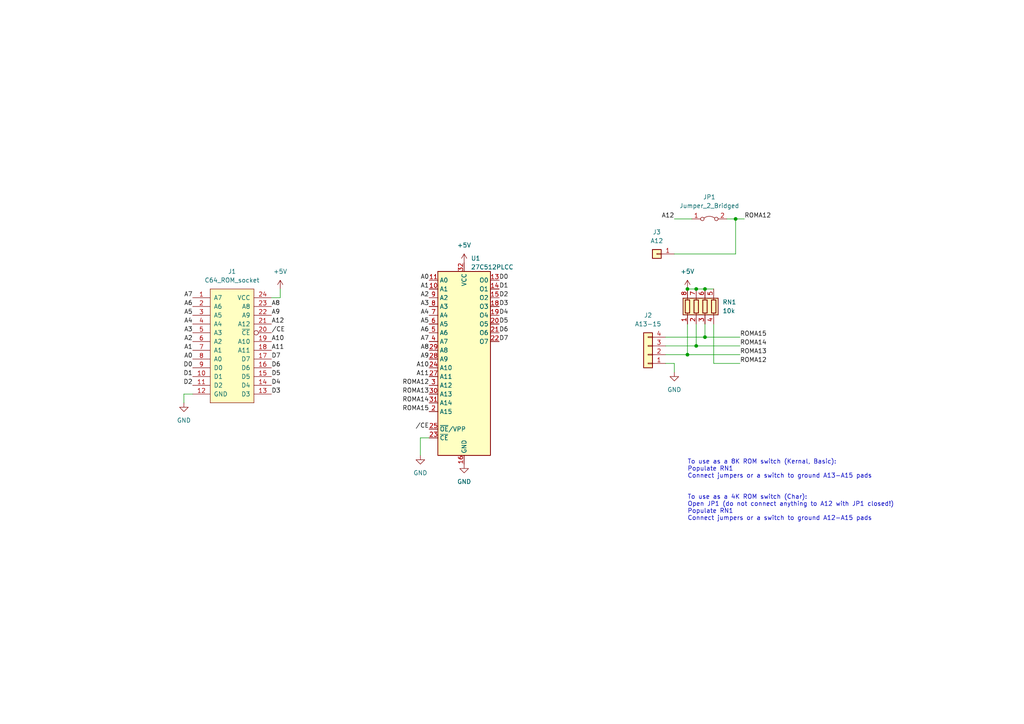
<source format=kicad_sch>
(kicad_sch (version 20230121) (generator eeschema)
  (paper "A4")
  (title_block (title "C64-ROM-PLCC") (date "2023-03-03") (rev "0.1") (company "FLACO 2023") (comment 1 "Adapted from https://github.com/SukkoPera/Open2327RomAdapter"))
  (lib_symbols
    (symbol "Connector_Generic:Conn_01x01" (pin_names (offset 1.016) hide)
      (property "Reference" "J" (at 0 2.54 0))
      (property "Value" "Conn_01x01" (at 0 -2.54 0))
      (symbol "Conn_01x01_1_1"
        (rectangle (start -1.27 0.127) (end 0 -0.127) (stroke (width 0.1524)))
        (rectangle (start -1.27 1.27) (end 1.27 -1.27) (stroke (width 0.254)) (fill (type background)))
        (pin passive line (at -5.08 0 0) (length 3.81) (name "Pin_1") (number "1"))
      )
    )
    (symbol "Connector_Generic:Conn_01x04" (pin_names (offset 1.016) hide)
      (property "Reference" "J" (at 0 5.08 0))
      (property "Value" "Conn_01x04" (at 0 -7.62 0))
      (symbol "Conn_01x04_1_1"
        (rectangle (start -1.27 -4.953) (end 0 -5.207) (stroke (width 0.1524)))
        (rectangle (start -1.27 -2.413) (end 0 -2.667) (stroke (width 0.1524)))
        (rectangle (start -1.27 0.127) (end 0 -0.127) (stroke (width 0.1524)))
        (rectangle (start -1.27 2.667) (end 0 2.413) (stroke (width 0.1524)))
        (rectangle (start -1.27 3.81) (end 1.27 -6.35) (stroke (width 0.254)) (fill (type background)))
        (pin passive line (at -5.08 2.54 0) (length 3.81) (name "Pin_1") (number "1"))
        (pin passive line (at -5.08 0 0) (length 3.81) (name "Pin_2") (number "2"))
        (pin passive line (at -5.08 -2.54 0) (length 3.81) (name "Pin_3") (number "3"))
        (pin passive line (at -5.08 -5.08 0) (length 3.81) (name "Pin_4") (number "4"))
      )
    )
    (symbol "Device:R_Pack04" (pin_names (offset 0) hide)
      (property "Reference" "RN" (at -7.62 0 90))
      (property "Value" "R_Pack04" (at 5.08 0 90))
      (symbol "R_Pack04_0_1"
        (rectangle (start -6.35 -2.413) (end 3.81 2.413) (stroke (width 0.254)) (fill (type background)))
        (rectangle (start -5.715 1.905) (end -4.445 -1.905) (stroke (width 0.254)))
        (rectangle (start -3.175 1.905) (end -1.905 -1.905) (stroke (width 0.254)))
        (rectangle (start -0.635 1.905) (end 0.635 -1.905) (stroke (width 0.254)))
        (polyline (pts (xy -5.08 -2.54) (xy -5.08 -1.905)))
        (polyline (pts (xy -5.08 1.905) (xy -5.08 2.54)))
        (polyline (pts (xy -2.54 -2.54) (xy -2.54 -1.905)))
        (polyline (pts (xy -2.54 1.905) (xy -2.54 2.54)))
        (polyline (pts (xy 0 -2.54) (xy 0 -1.905)))
        (polyline (pts (xy 0 1.905) (xy 0 2.54)))
        (polyline (pts (xy 2.54 -2.54) (xy 2.54 -1.905)))
        (polyline (pts (xy 2.54 1.905) (xy 2.54 2.54)))
        (rectangle (start 1.905 1.905) (end 3.175 -1.905) (stroke (width 0.254)))
      )
      (symbol "R_Pack04_1_1"
        (pin passive line (at -5.08 -5.08 90) (length 2.54) (name "R1.1") (number "1"))
        (pin passive line (at -2.54 -5.08 90) (length 2.54) (name "R2.1") (number "2"))
        (pin passive line (at 0 -5.08 90) (length 2.54) (name "R3.1") (number "3"))
        (pin passive line (at 2.54 -5.08 90) (length 2.54) (name "R4.1") (number "4"))
        (pin passive line (at 2.54 5.08 270) (length 2.54) (name "R4.2") (number "5"))
        (pin passive line (at 0 5.08 270) (length 2.54) (name "R3.2") (number "6"))
        (pin passive line (at -2.54 5.08 270) (length 2.54) (name "R2.2") (number "7"))
        (pin passive line (at -5.08 5.08 270) (length 2.54) (name "R1.2") (number "8"))
      )
    )
    (symbol "Jumper:Jumper_2_Bridged" (pin_names (offset 0) hide)
      (property "Reference" "JP" (at 0 1.905 0))
      (property "Value" "Jumper_2_Bridged" (at 0 -2.54 0))
      (symbol "Jumper_2_Bridged_0_0"
        (circle (center -2.032 0) (radius 0.508))
        (circle (center 2.032 0) (radius 0.508))
      )
      (symbol "Jumper_2_Bridged_0_1"
        (arc (start 1.524 0.254) (mid 0 0.762) (end -1.524 0.254))
      )
      (symbol "Jumper_2_Bridged_1_1"
        (pin passive line (at -5.08 0 0) (length 2.54) (name "A") (number "1"))
        (pin passive line (at 5.08 0 180) (length 2.54) (name "B") (number "2"))
      )
    )
    (symbol "Memory_EPROM:27C512PLCC"
      (property "Reference" "U" (at -7.62 26.67 0))
      (property "Value" "27C512PLCC" (at 2.54 -29.21 0))
      (symbol "27C512PLCC_1_1"
        (rectangle (start -7.62 25.4) (end 7.62 -27.94) (stroke (width 0.254)) (fill (type background)))
        (pin no_connect line (at 7.62 -17.78 180) (length 2.54) hide (name "NC") (number "1"))
        (pin input line (at -10.16 20.32 0) (length 2.54) (name "A1") (number "10"))
        (pin input line (at -10.16 22.86 0) (length 2.54) (name "A0") (number "11"))
        (pin no_connect line (at 7.62 -22.86 180) (length 2.54) hide (name "NC") (number "12"))
        (pin tri_state line (at 10.16 22.86 180) (length 2.54) (name "O0") (number "13"))
        (pin tri_state line (at 10.16 20.32 180) (length 2.54) (name "O1") (number "14"))
        (pin tri_state line (at 10.16 17.78 180) (length 2.54) (name "O2") (number "15"))
        (pin power_in line (at 0 -30.48 90) (length 2.54) (name "GND") (number "16"))
        (pin no_connect line (at 7.62 -20.32 180) (length 2.54) hide (name "NC") (number "17"))
        (pin tri_state line (at 10.16 15.24 180) (length 2.54) (name "O3") (number "18"))
        (pin tri_state line (at 10.16 12.7 180) (length 2.54) (name "O4") (number "19"))
        (pin input line (at -10.16 -15.24 0) (length 2.54) (name "A15") (number "2"))
        (pin tri_state line (at 10.16 10.16 180) (length 2.54) (name "O5") (number "20"))
        (pin tri_state line (at 10.16 7.62 180) (length 2.54) (name "O6") (number "21"))
        (pin tri_state line (at 10.16 5.08 180) (length 2.54) (name "O7") (number "22"))
        (pin input line (at -10.16 -22.86 0) (length 2.54) (name "~{CE}") (number "23"))
        (pin input line (at -10.16 -2.54 0) (length 2.54) (name "A10") (number "24"))
        (pin input line (at -10.16 -20.32 0) (length 2.54) (name "~{OE}/VPP") (number "25"))
        (pin no_connect line (at 7.62 -25.4 180) (length 2.54) hide (name "NC") (number "26"))
        (pin input line (at -10.16 -5.08 0) (length 2.54) (name "A11") (number "27"))
        (pin input line (at -10.16 0 0) (length 2.54) (name "A9") (number "28"))
        (pin input line (at -10.16 2.54 0) (length 2.54) (name "A8") (number "29"))
        (pin input line (at -10.16 -7.62 0) (length 2.54) (name "A12") (number "3"))
        (pin input line (at -10.16 -10.16 0) (length 2.54) (name "A13") (number "30"))
        (pin input line (at -10.16 -12.7 0) (length 2.54) (name "A14") (number "31"))
        (pin power_in line (at 0 27.94 270) (length 2.54) (name "VCC") (number "32"))
        (pin input line (at -10.16 5.08 0) (length 2.54) (name "A7") (number "4"))
        (pin input line (at -10.16 7.62 0) (length 2.54) (name "A6") (number "5"))
        (pin input line (at -10.16 10.16 0) (length 2.54) (name "A5") (number "6"))
        (pin input line (at -10.16 12.7 0) (length 2.54) (name "A4") (number "7"))
        (pin input line (at -10.16 15.24 0) (length 2.54) (name "A3") (number "8"))
        (pin input line (at -10.16 17.78 0) (length 2.54) (name "A2") (number "9"))
      )
    )
    (symbol "Sassa:C64_ROM_socket" (pin_names (offset 1.016))
      (property "Reference" "J" (at 4.826 17.78 0))
      (property "Value" "C64_ROM_socket" (at 3.81 -17.907 0))
      (symbol "C64_ROM_socket_1_0"
        (rectangle (start -6.35 -16.51) (end 6.35 16.51) (fill (type background)))
      )
      (symbol "C64_ROM_socket_1_1"
        (pin output line (at -11.43 13.97 0) (length 5.08) (name "A7") (number "1"))
        (pin bidirectional line (at -11.43 -8.89 0) (length 5.08) (name "D1") (number "10"))
        (pin bidirectional line (at -11.43 -11.43 0) (length 5.08) (name "D2") (number "11"))
        (pin power_out line (at -11.43 -13.97 0) (length 5.08) (name "GND") (number "12"))
        (pin bidirectional line (at 11.43 -13.97 180) (length 5.08) (name "D3") (number "13"))
        (pin bidirectional line (at 11.43 -11.43 180) (length 5.08) (name "D4") (number "14"))
        (pin bidirectional line (at 11.43 -8.89 180) (length 5.08) (name "D5") (number "15"))
        (pin bidirectional line (at 11.43 -6.35 180) (length 5.08) (name "D6") (number "16"))
        (pin bidirectional line (at 11.43 -3.81 180) (length 5.08) (name "D7") (number "17"))
        (pin output line (at 11.43 -1.27 180) (length 5.08) (name "A11") (number "18"))
        (pin output line (at 11.43 1.27 180) (length 5.08) (name "A10") (number "19"))
        (pin output line (at -11.43 11.43 0) (length 5.08) (name "A6") (number "2"))
        (pin output inverted (at 11.43 3.81 180) (length 5.08) (name "~{CE}") (number "20"))
        (pin output line (at 11.43 6.35 180) (length 5.08) (name "A12") (number "21"))
        (pin output line (at 11.43 8.89 180) (length 5.08) (name "A9") (number "22"))
        (pin output line (at 11.43 11.43 180) (length 5.08) (name "A8") (number "23"))
        (pin power_out line (at 11.43 13.97 180) (length 5.08) (name "VCC") (number "24"))
        (pin output line (at -11.43 8.89 0) (length 5.08) (name "A5") (number "3"))
        (pin output line (at -11.43 6.35 0) (length 5.08) (name "A4") (number "4"))
        (pin output line (at -11.43 3.81 0) (length 5.08) (name "A3") (number "5"))
        (pin output line (at -11.43 1.27 0) (length 5.08) (name "A2") (number "6"))
        (pin output line (at -11.43 -1.27 0) (length 5.08) (name "A1") (number "7"))
        (pin output line (at -11.43 -3.81 0) (length 5.08) (name "A0") (number "8"))
        (pin bidirectional line (at -11.43 -6.35 0) (length 5.08) (name "D0") (number "9"))
      )
    )
    (symbol "power:+5V" (power) (pin_names (offset 0))
      (property "Value" "+5V" (at 0 3.556 0))
      (symbol "+5V_0_1"
        (polyline (pts (xy -0.762 1.27) (xy 0 2.54)))
        (polyline (pts (xy 0 0) (xy 0 2.54)))
        (polyline (pts (xy 0 2.54) (xy 0.762 1.27)))
      )
      (symbol "+5V_1_1"
        (pin power_in line (at 0 0 90) (length 0) hide (name "+5V") (number "1"))
      )
    )
    (symbol "power:GND" (power) (pin_names (offset 0))
      (property "Value" "GND" (at 0 -3.81 0))
      (symbol "GND_0_1"
        (polyline (pts (xy 0 0) (xy 0 -1.27) (xy 1.27 -1.27) (xy 0 -2.54) (xy -1.27 -1.27) (xy 0 -1.27)))
      )
      (symbol "GND_1_1"
        (pin power_in line (at 0 0 270) (length 0) hide (name "GND") (number "1"))
      )
    )
  )
  (junction (at 201.93 83.82))
  (junction (at 201.93 100.33))
  (junction (at 199.39 83.82))
  (junction (at 199.39 102.87))
  (junction (at 204.47 97.79))
  (junction (at 204.47 83.82))
  (junction (at 213.36 63.5))
  (wire (pts (xy 199.39 102.87) (xy 214.63 102.87)))
  (wire (pts (xy 81.28 86.36) (xy 81.28 83.82)))
  (wire (pts (xy 210.82 63.5) (xy 213.36 63.5)))
  (wire (pts (xy 213.36 73.66) (xy 213.36 63.5)))
  (wire (pts (xy 213.36 63.5) (xy 215.9 63.5)))
  (wire (pts (xy 193.04 97.79) (xy 204.47 97.79)))
  (wire (pts (xy 207.01 93.98) (xy 207.01 105.41)))
  (wire (pts (xy 121.92 127) (xy 121.92 132.08)))
  (wire (pts (xy 193.04 100.33) (xy 201.93 100.33)))
  (wire (pts (xy 195.58 63.5) (xy 200.66 63.5)))
  (wire (pts (xy 204.47 83.82) (xy 207.01 83.82)))
  (wire (pts (xy 78.74 86.36) (xy 81.28 86.36)))
  (wire (pts (xy 55.88 114.3) (xy 53.34 114.3)))
  (wire (pts (xy 201.93 83.82) (xy 204.47 83.82)))
  (wire (pts (xy 193.04 105.41) (xy 195.58 105.41)))
  (wire (pts (xy 124.46 127) (xy 121.92 127)))
  (wire (pts (xy 201.93 93.98) (xy 201.93 100.33)))
  (wire (pts (xy 201.93 100.33) (xy 214.63 100.33)))
  (wire (pts (xy 207.01 105.41) (xy 214.63 105.41)))
  (wire (pts (xy 199.39 83.82) (xy 201.93 83.82)))
  (wire (pts (xy 204.47 93.98) (xy 204.47 97.79)))
  (wire (pts (xy 193.04 102.87) (xy 199.39 102.87)))
  (wire (pts (xy 195.58 105.41) (xy 195.58 107.95)))
  (wire (pts (xy 204.47 97.79) (xy 214.63 97.79)))
  (wire (pts (xy 53.34 114.3) (xy 53.34 116.84)))
  (wire (pts (xy 195.58 73.66) (xy 213.36 73.66)))
  (wire (pts (xy 199.39 93.98) (xy 199.39 102.87)))
  (text "To use as a 8K ROM switch (Kernal, Basic):\nPopulate RN1\nConnect jumpers or a switch to ground A13-A15 pads\n\n\nTo use as a 4K ROM switch (Char):\nOpen JP1 (do not connect anything to A12 with JP1 closed!)\nPopulate RN1\nConnect jumpers or a switch to ground A12-A15 pads" (at 199.39 151.13 0) (effects (font (size 1.27 1.27)) (justify left bottom)))
  (label "A7" (at 124.46 99.06 180))
  (label "A8" (at 78.74 88.9 0))
  (label "D4" (at 78.74 111.76 0))
  (label "D3" (at 144.78 88.9 0))
  (label "D6" (at 144.78 96.52 0))
  (label "A1" (at 124.46 83.82 180))
  (label "A3" (at 124.46 88.9 180))
  (label "A11" (at 78.74 101.6 0))
  (label "A4" (at 55.88 93.98 180))
  (label "D7" (at 78.74 104.14 0))
  (label "ROMA12" (at 124.46 111.76 180))
  (label "A12" (at 78.74 93.98 0))
  (label "D7" (at 144.78 99.06 0))
  (label "A8" (at 124.46 101.6 180))
  (label "A7" (at 55.88 86.36 180))
  (label "D0" (at 144.78 81.28 0))
  (label "A0" (at 124.46 81.28 180))
  (label "D2" (at 144.78 86.36 0))
  (label "A9" (at 124.46 104.14 180))
  (label "D2" (at 55.88 111.76 180))
  (label "D1" (at 55.88 109.22 180))
  (label "{slash}CE" (at 124.46 124.46 180))
  (label "A2" (at 124.46 86.36 180))
  (label "ROMA13" (at 214.63 102.87 0))
  (label "D5" (at 144.78 93.98 0))
  (label "A10" (at 124.46 106.68 180))
  (label "ROMA13" (at 124.46 114.3 180))
  (label "ROMA12" (at 214.63 105.41 0))
  (label "D3" (at 78.74 114.3 0))
  (label "A0" (at 55.88 104.14 180))
  (label "ROMA15" (at 214.63 97.79 0))
  (label "D1" (at 144.78 83.82 0))
  (label "D6" (at 78.74 106.68 0))
  (label "A2" (at 55.88 99.06 180))
  (label "A9" (at 78.74 91.44 0))
  (label "A5" (at 55.88 91.44 180))
  (label "{slash}CE" (at 78.74 96.52 0))
  (label "A11" (at 124.46 109.22 180))
  (label "A12" (at 195.58 63.5 180))
  (label "ROMA14" (at 124.46 116.84 180))
  (label "A10" (at 78.74 99.06 0))
  (label "A1" (at 55.88 101.6 180))
  (label "A3" (at 55.88 96.52 180))
  (label "D0" (at 55.88 106.68 180))
  (label "D4" (at 144.78 91.44 0))
  (label "A4" (at 124.46 91.44 180))
  (label "D5" (at 78.74 109.22 0))
  (label "A6" (at 55.88 88.9 180))
  (label "A6" (at 124.46 96.52 180))
  (label "ROMA14" (at 214.63 100.33 0))
  (label "ROMA12" (at 215.9 63.5 0))
  (label "A5" (at 124.46 93.98 180))
  (label "ROMA15" (at 124.46 119.38 180))
  (symbol (lib_id "Memory_EPROM:27C512PLCC") (at 134.62 104.14 0) (unit 1)
    (property "Reference" "U1" (at 136.5759 74.93 0) (effects (justify left)))
    (property "Value" "27C512PLCC" (at 136.5759 77.47 0) (effects (justify left)))
    (property "Footprint" "Package_LCC:PLCC-32_11.4x14.0mm_P1.27mm" (effects hide))
    (property "Datasheet" "http://ww1.microchip.com/downloads/en/DeviceDoc/doc0015.pdf" (effects hide))
  )
  (symbol (lib_id "power:+5V") (at 81.28 83.82 0) (unit 1)
    (property "Reference" "#PWR02" (effects hide))
    (property "Value" "+5V" (at 81.28 78.74 0))
  )
  (symbol (lib_id "power:+5V") (at 199.39 83.82 0) (unit 1)
    (property "Reference" "#PWR06" (effects hide))
    (property "Value" "+5V" (at 199.39 78.74 0))
  )
  (symbol (lib_id "power:GND") (at 121.92 132.08 0) (unit 1)
    (property "Reference" "#PWR07" (effects hide))
    (property "Value" "GND" (at 121.92 137.16 0))
  )
  (symbol (lib_id "Jumper:Jumper_2_Bridged") (at 205.74 63.5 0) (unit 1)
    (property "Reference" "JP1" (at 205.74 57.15 0))
    (property "Value" "Jumper_2_Bridged" (at 205.74 59.69 0))
    (property "Footprint" "Jumper:SolderJumper-2_P1.3mm_Bridged_RoundedPad1.0x1.5mm" (effects hide))
  )
  (symbol (lib_id "power:GND") (at 134.62 134.62 0) (unit 1)
    (property "Reference" "#PWR04" (effects hide))
    (property "Value" "GND" (at 134.62 139.7 0))
  )
  (symbol (lib_id "Connector_Generic:Conn_01x04") (at 187.96 102.87 180) (unit 1)
    (property "Reference" "J2" (at 187.96 91.44 0))
    (property "Value" "A13-15" (at 187.96 93.98 0))
    (property "Footprint" "Connector_PinHeader_2.54mm:PinHeader_1x04_P2.54mm_Vertical" (effects hide))
  )
  (symbol (lib_id "Sassa:C64_ROM_socket") (at 67.31 100.33 0) (unit 1)
    (property "Reference" "J1" (at 67.31 78.74 0))
    (property "Value" "C64_ROM_socket" (at 67.31 81.28 0))
    (property "Footprint" "Package_DIP:DIP-24_W15.24mm" (effects hide))
    (property "Datasheet" "DOCUMENTATION" (effects hide))
  )
  (symbol (lib_id "Connector_Generic:Conn_01x01") (at 190.5 73.66 180) (unit 1)
    (property "Reference" "J3" (at 190.5 67.31 0))
    (property "Value" "A12" (at 190.5 69.85 0))
    (property "Footprint" "Sassa:TestPoint_THTPad_D1.7mm_Drill1.0mm" (effects hide))
  )
  (symbol (lib_id "power:GND") (at 53.34 116.84 0) (unit 1)
    (property "Reference" "#PWR01" (effects hide))
    (property "Value" "GND" (at 53.34 121.92 0))
  )
  (symbol (lib_id "Device:R_Pack04") (at 204.47 88.9 0) (unit 1)
    (property "Reference" "RN1" (at 209.55 87.6299 0) (effects (justify left)))
    (property "Value" "10k" (at 209.55 90.1699 0) (effects (justify left)))
    (property "Footprint" "Resistor_SMD:R_Array_Convex_4x0603" (effects hide))
  )
  (symbol (lib_id "power:+5V") (at 134.62 76.2 0) (unit 1)
    (property "Reference" "#PWR03" (effects hide))
    (property "Value" "+5V" (at 134.62 71.12 0))
  )
  (symbol (lib_id "power:GND") (at 195.58 107.95 0) (unit 1)
    (property "Reference" "#PWR05" (effects hide))
    (property "Value" "GND" (at 195.58 113.03 0))
  )
)
</source>
